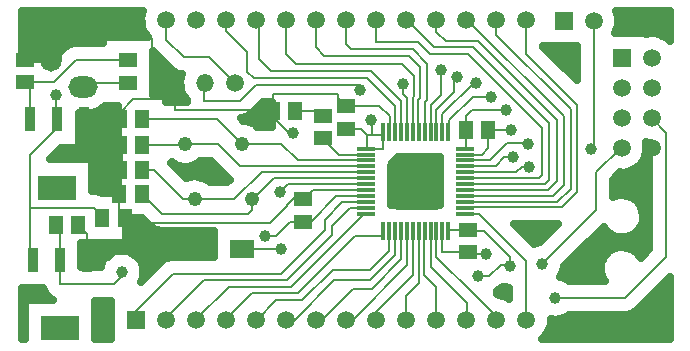
<source format=gbr>
G04 DipTrace 2.3.1.0*
%INTop.gbr*%
%MOMM*%
%ADD13C,0.2*%
%ADD15C,0.635*%
%ADD16R,1.3X1.5*%
%ADD17R,1.5X1.3*%
%ADD18R,2.0X1.6*%
%ADD19R,1.6X0.3*%
%ADD20R,0.3X1.6*%
%ADD22R,0.95X2.15*%
%ADD23R,3.25X2.15*%
%ADD24R,1.5X1.5*%
%ADD25C,1.5*%
%ADD26O,1.51X1.5*%
%ADD27C,1.219*%
%ADD28O,2.5X1.8*%
%ADD29O,1.8X2.5*%
%ADD33C,1.0*%
%FSLAX53Y53*%
G04*
G71*
G90*
G75*
G01*
%LNTop*%
%LPD*%
X7375Y33365D2*
D13*
X7399Y33341D1*
X8758D1*
X9318Y33901D1*
Y35457D1*
X925Y35315D2*
X953Y35343D1*
Y36610D1*
X99Y37464D1*
X-2699D1*
X5425Y26915D2*
Y25109D1*
X7581D1*
X-1025Y30365D2*
X-5516D1*
X-6296Y29585D1*
X-6410D1*
X-21910Y36358D2*
Y34135D1*
Y32070D2*
Y30064D1*
X-21951D1*
X-21910Y34135D2*
Y32070D1*
X9318Y35457D2*
X9337Y35438D1*
X11229D1*
X7581Y25109D2*
X7711Y24979D1*
X9146D1*
X-8951Y37052D2*
X-9044Y37146D1*
X-17200D1*
Y39417D1*
X-2699Y37464D2*
X-3396Y38161D1*
Y38479D1*
X-8951D1*
Y37052D1*
X-21471Y27996D2*
X-21938D1*
Y32070D1*
X-21910D1*
X-25407Y27392D2*
X-24653Y26638D1*
Y24446D1*
X-24883Y36374D2*
X-21910D1*
Y36882D1*
X-20729Y38062D1*
X-17200D1*
Y39417D1*
X-21910Y36358D2*
Y36374D1*
X-29890Y41384D2*
X-29658Y41615D1*
X-27718D1*
X-8951Y37052D2*
Y36576D1*
X-7562Y35188D1*
X-7229D1*
X-22312Y30064D2*
X-21951D1*
X-6410Y29585D2*
X-6829Y30004D1*
X-7771Y29062D1*
Y28979D1*
X-9188Y27562D1*
X-19646D1*
X-20079Y27996D1*
X-21471D1*
X-17200Y39417D2*
X-19146Y41362D1*
Y43188D1*
X-20737Y44779D1*
X-20510D1*
X-25018Y44115D2*
X-24355Y44779D1*
X-20510D1*
X-24653Y24446D2*
X-22825D1*
X-21625Y25646D1*
Y27842D1*
X-21471Y27996D1*
X-16975Y25398D2*
X-18375D1*
Y25565D1*
X-21646D1*
X-21625Y25646D1*
X-18375Y25398D2*
Y23979D1*
X-19000D1*
X-1025Y31365D2*
X-8802D1*
X-10597Y29570D1*
X-10733D1*
X-20051Y30064D2*
X-18342Y28354D1*
X-11020D1*
X-10733Y28641D1*
Y29570D1*
X-1025Y31865D2*
X-9891D1*
X-12186Y29570D1*
X-15559D1*
X-20010Y32070D2*
X-19008D1*
X-16508Y29570D1*
X-15559D1*
X2925Y26915D2*
Y23133D1*
X-190Y20018D1*
Y19380D1*
X-1025Y32365D2*
X-1048Y32388D1*
X-11680D1*
X-13585Y34294D1*
X-16392D1*
X-16551Y34135D1*
X-20010D1*
X-1025Y32865D2*
X-6827D1*
X-8256Y34294D1*
X-11566D1*
X-13630Y36358D1*
X-20010D1*
X7375Y32365D2*
X7398Y32388D1*
X9930D1*
X10664Y33123D1*
X11397D1*
X7375Y31865D2*
X11698D1*
X12146Y32312D1*
X12771D1*
X5925Y35315D2*
X6021Y35411D1*
Y36312D1*
X7979Y38271D1*
X9562D1*
X-29890Y39484D2*
X-29483Y39077D1*
Y36374D1*
X-29890Y39484D2*
X-27475D1*
X-25622Y41337D1*
X-21183D1*
X23150Y36475D2*
X24396Y35230D1*
Y24729D1*
X20896Y21229D1*
X14979D1*
X-1025Y30865D2*
X-7677D1*
X-8354Y30188D1*
X-11575Y25398D2*
X-8211D1*
X-8208Y25396D1*
X7375Y32865D2*
X9448D1*
X10896Y34312D1*
X12646D1*
Y34229D1*
X3425Y26915D2*
X3406Y26896D1*
Y22448D1*
X2350Y21392D1*
Y19380D1*
X18021Y33854D2*
X18225Y34058D1*
Y44675D1*
X-7051Y37052D2*
X-4664D1*
Y36636D1*
X-1025Y33365D2*
X-3358D1*
X-4664Y34671D1*
Y34736D1*
X2425Y35315D2*
Y38158D1*
X2104Y38479D1*
Y39375D1*
X-1531Y38844D2*
Y39229D1*
X-10354D1*
X-11688Y37896D1*
X-14729D1*
Y39688D1*
X-14660Y39619D1*
Y39417D1*
X-1025Y29365D2*
X-972Y29312D1*
X-3062D1*
X-4531Y27844D1*
Y27010D1*
X-8271Y23271D1*
X-17354D1*
X-20646Y19979D1*
Y19380D1*
X-20510D1*
X-1025Y28865D2*
X-2364D1*
X-3927Y27302D1*
Y26573D1*
X-7771Y22729D1*
X-14729D1*
X-17970Y19488D1*
Y19380D1*
X-15432Y19529D2*
Y19380D1*
X-15430D1*
X-1025Y28365D2*
X-1177D1*
X-7354Y22188D1*
X-12646D1*
X-15430Y19403D1*
X425Y26915D2*
X375Y26965D1*
Y26479D1*
X-1938D1*
X-6812Y21604D1*
X-10729D1*
X-12890Y19443D1*
Y19380D1*
X925Y26915D2*
X906Y26896D1*
Y25240D1*
X-729Y23604D1*
X-3854D1*
X-6438Y21021D1*
X-8646D1*
X-10287Y19380D1*
X-10350D1*
X1425Y26915D2*
Y24883D1*
X-729Y22729D1*
X-3729D1*
X-7078Y19380D1*
X-7810D1*
X1925Y26915D2*
Y24508D1*
X-562Y22021D1*
X-2104D1*
X-4745Y19380D1*
X-5270D1*
X2425Y26915D2*
X2448Y26892D1*
Y24010D1*
X-2182Y19380D1*
X-2730D1*
X5425Y35315D2*
Y36758D1*
X8062Y39396D1*
X8250D1*
X3925Y26915D2*
X3906Y26896D1*
Y23156D1*
X4890Y22172D1*
Y19380D1*
X4425Y26915D2*
Y23887D1*
X7479Y20833D1*
Y19380D1*
X7430D1*
X7375Y31365D2*
X7386Y31354D1*
X13562D1*
X13854Y31646D1*
Y35646D1*
X7604Y41896D1*
X4354D1*
X3396Y42854D1*
X-190D1*
Y44779D1*
X-27183Y36374D2*
X-27396D1*
Y35438D1*
X-29479Y33354D1*
Y28854D1*
Y24446D1*
X-29253D1*
X-23371Y27996D2*
Y28121D1*
X-24104Y28854D1*
X-29479D1*
X-27183Y36374D2*
X-27271Y36462D1*
Y38396D1*
X4425Y35315D2*
Y37592D1*
X5271Y38438D1*
Y40521D1*
X7375Y30865D2*
X14115D1*
X14479Y31229D1*
Y36021D1*
X8021Y42479D1*
X4729D1*
X2430Y44779D1*
X2350D1*
X4925Y35315D2*
Y37175D1*
X6396Y38646D1*
Y39667D1*
X6667Y39938D1*
X3925Y35315D2*
X3938Y35328D1*
Y37812D1*
X4146Y38021D1*
Y41062D1*
X2896Y42312D1*
X-2312D1*
X-2730Y42730D1*
Y44779D1*
X7375Y30365D2*
X7386Y30354D1*
X14354D1*
X15146Y31146D1*
Y36271D1*
X8438Y42979D1*
X5688D1*
X4890Y43777D1*
Y44779D1*
X3425Y35315D2*
X3396Y35344D1*
Y37979D1*
X3562Y38146D1*
Y40771D1*
X2604Y41729D1*
X-4562D1*
X-5270Y42437D1*
Y44779D1*
X2925Y35315D2*
X2896Y35344D1*
Y38188D1*
X3062Y38354D1*
Y39979D1*
X1979Y41062D1*
X-6979D1*
X-7810Y41893D1*
Y44779D1*
X1925Y35315D2*
Y37867D1*
X-646Y40438D1*
X-9062D1*
X-10062Y41438D1*
Y44779D1*
X-10350D1*
X1425Y35315D2*
X1438Y35328D1*
Y37438D1*
X-938Y39812D1*
X-10521D1*
X-11104Y40396D1*
Y42062D1*
X-12890Y43848D1*
Y44779D1*
X7375Y29865D2*
X7406Y29896D1*
X14812D1*
X15688Y30771D1*
Y36604D1*
X7513Y44779D1*
X7430D1*
X7375Y29365D2*
X15157D1*
X16271Y30479D1*
Y37188D1*
X9970Y43488D1*
Y44779D1*
X7375Y28865D2*
X7406Y28896D1*
X15542D1*
X16854Y30208D1*
Y37562D1*
X12510Y41907D1*
Y44779D1*
X7375Y28365D2*
X7427Y28312D1*
X8562D1*
X12510Y24365D1*
Y19380D1*
X4925Y26915D2*
Y24721D1*
X8177Y21469D1*
X8156D1*
X9970Y19655D1*
Y19380D1*
X7375Y33865D2*
X7462Y33952D1*
Y35457D1*
X7418D1*
X-1025Y33865D2*
X-953Y33937D1*
Y35015D1*
X-1501Y35564D1*
X-2699D1*
X-953Y35015D2*
X-499D1*
X425D1*
Y35315D1*
X-1025Y29865D2*
X-1042Y29848D1*
X-3569D1*
X-5732Y27685D1*
X-6410D1*
X425Y35315D2*
X396Y35286D1*
Y33854D1*
X385Y33865D1*
X-1025D1*
X-27307Y27392D2*
X-26953Y27038D1*
Y24446D1*
X-26979Y24472D1*
Y22396D1*
X-22396D1*
X-21729Y23062D1*
Y23396D1*
X5925Y26915D2*
X6019Y27009D1*
X7581D1*
X7694Y26896D1*
X8938D1*
X11146Y24688D1*
Y23938D1*
X-12120Y39417D2*
X-14308Y41604D1*
X-16479D1*
X-17970Y43095D1*
Y44779D1*
X13896Y24104D2*
X18438Y28646D1*
Y31854D1*
X20518Y33935D1*
X20610D1*
X-499Y35015D2*
Y36186D1*
X-583Y36271D1*
X-9583Y26438D2*
X-8667D1*
X-7458Y27646D1*
X-6450D1*
X-6410Y27685D1*
X7418Y35457D2*
Y36636D1*
X7896Y37115D1*
X10781D1*
X10833Y37167D1*
X8438Y23052D2*
X9396D1*
X10396Y24052D1*
X11031D1*
X11146Y23938D1*
X-25018Y39115D2*
X-24697Y39437D1*
X-21183D1*
D33*
X9562Y38271D3*
X11397Y33123D3*
X12771Y32312D3*
X12646Y34229D3*
X6667Y39938D3*
X-8354Y30188D3*
X2104Y39375D3*
X11229Y35438D3*
X9146Y24979D3*
X-1531Y38844D3*
X-21729Y23396D3*
X-27271Y38396D3*
X5271Y40521D3*
X18021Y33854D3*
X13896Y24104D3*
X11146Y23938D3*
X-7229Y35188D3*
X8250Y39396D3*
X14979Y21229D3*
X-8208Y25396D3*
X-583Y36271D3*
X-19000Y23979D3*
X-9583Y26438D3*
X10833Y37167D3*
X8438Y23052D3*
X-30119Y44851D2*
D15*
X-20121D1*
X20378D2*
X24617D1*
X-30119Y44219D2*
X-20051D1*
X20329D2*
X24617D1*
X-30119Y43587D2*
X-19754D1*
X23712D2*
X24617D1*
X-30119Y42956D2*
X-23335D1*
X-30119Y42324D2*
X-26739D1*
X14197D2*
X16719D1*
X-30119Y41693D2*
X-27374D1*
X-19031D2*
X-18672D1*
X14832D2*
X16719D1*
X-19031Y41061D2*
X-18037D1*
X15457D2*
X16719D1*
X-19031Y40429D2*
X-17382D1*
X16092D2*
X16719D1*
X-19031Y39797D2*
X-16787D1*
X-19031Y39166D2*
X-16807D1*
X-19031Y38534D2*
X-16628D1*
X-17950Y37903D2*
X-16231D1*
X-23327Y37271D2*
X-22065D1*
X-10211D2*
X-9107D1*
X-25302Y36639D2*
X-22065D1*
X-10915D2*
X-9107D1*
X-25302Y36008D2*
X-22065D1*
X-10568D2*
X-9107D1*
X-25302Y35376D2*
X-22065D1*
X-25302Y34744D2*
X-22065D1*
X-25302Y34113D2*
X-22065D1*
X-27247Y33481D2*
X-22065D1*
X-24151Y32849D2*
X-22065D1*
X-15013D2*
X-14247D1*
X1497D2*
X5170D1*
X22462D2*
X22891D1*
X-24151Y32218D2*
X-22065D1*
X-17047D2*
X-13612D1*
X1180D2*
X5170D1*
X21867D2*
X22891D1*
X-24151Y31586D2*
X-22105D1*
X-16422D2*
X-12977D1*
X1180D2*
X5170D1*
X20269D2*
X22891D1*
X-24151Y30954D2*
X-22105D1*
X1180D2*
X5170D1*
X19942D2*
X22891D1*
X-24151Y30323D2*
X-22105D1*
X1180D2*
X5170D1*
X19942D2*
X22891D1*
X1180Y29691D2*
X5170D1*
X21609D2*
X22891D1*
X1180Y29059D2*
X5170D1*
X22244D2*
X22891D1*
X22462Y28427D2*
X22891D1*
X-21313Y27796D2*
X-19883D1*
X22452D2*
X22891D1*
X-21313Y27164D2*
X-19218D1*
X11816D2*
X14854D1*
X22194D2*
X22891D1*
X-21313Y26532D2*
X-13979D1*
X12451D2*
X14219D1*
X18424D2*
X19795D1*
X21470D2*
X22891D1*
X-25074Y25901D2*
X-13979D1*
X13076D2*
X13424D1*
X17799D2*
X22891D1*
X-25074Y25269D2*
X-13979D1*
X17164D2*
X19616D1*
X21648D2*
X22831D1*
X-25074Y24637D2*
X-23157D1*
X-20301D2*
X-17878D1*
X16529D2*
X19011D1*
X-25074Y24006D2*
X-23534D1*
X-19924D2*
X-18722D1*
X15904D2*
X18793D1*
X-19825Y23374D2*
X-19357D1*
X15656D2*
X18813D1*
X16092Y22742D2*
X19081D1*
X10556Y22111D2*
X10832D1*
X23881D2*
X24617D1*
X-30119Y21479D2*
X-28157D1*
X10248D2*
X11004D1*
X23246D2*
X24617D1*
X-23923Y20848D2*
X-22671D1*
X22621D2*
X24617D1*
X-23923Y20216D2*
X-22671D1*
X21986D2*
X24617D1*
X-23923Y19584D2*
X-22671D1*
X15874D2*
X24617D1*
X-23923Y18953D2*
X-22671D1*
X14624D2*
X24617D1*
X-23923Y18321D2*
X-22671D1*
X14376D2*
X24617D1*
X-22003Y32150D2*
X-21993Y34163D1*
X-22003Y35217D1*
X-21993Y36228D1*
X-22003Y36487D1*
Y37450D1*
X-23168Y37444D1*
X-23439Y37239D1*
X-23716Y37084D1*
X-24012Y36970D1*
X-24322Y36899D1*
X-24668Y36872D1*
X-25348Y36873D1*
X-25365Y35935D1*
Y33956D1*
X-26844D1*
X-27800Y32993D1*
X-24215Y32992D1*
Y30303D1*
X-23789Y30262D1*
X-23399Y30112D1*
X-22824Y30088D1*
X-22040D1*
X-22044Y32157D1*
X-21995D1*
X-22003Y34264D1*
Y36170D1*
X-19993Y27971D2*
X-21382D1*
X-21378Y25903D1*
X-25139D1*
X-25135Y23838D1*
X-23516Y23839D1*
X-23367Y24241D1*
X-23198Y24509D1*
X-22985Y24744D1*
X-22735Y24940D1*
X-22456Y25089D1*
X-22155Y25189D1*
X-21841Y25235D1*
X-21524Y25227D1*
X-21213Y25165D1*
X-20917Y25050D1*
X-20646Y24887D1*
X-20406Y24679D1*
X-20206Y24433D1*
X-20051Y24157D1*
X-19945Y23858D1*
X-19886Y23396D1*
X-19914Y23080D1*
X-19995Y22773D1*
X-20081Y22584D1*
X-18374Y24291D1*
X-18127Y24489D1*
X-17843Y24629D1*
X-17442Y24711D1*
X-13911Y24714D1*
X-13918Y26917D1*
X-18342Y26911D1*
X-18657Y26946D1*
X-18957Y27049D1*
X-19298Y27274D1*
X-20001Y27972D1*
X-19096Y38450D2*
X-18017D1*
Y37806D1*
X-16169Y37808D1*
X-16172Y37965D1*
X-16436Y38300D1*
X-16584Y38581D1*
X-16688Y38880D1*
X-16746Y39192D1*
X-16756Y39509D1*
X-16718Y39824D1*
X-16613Y40175D1*
X-16794Y40196D1*
X-17094Y40299D1*
X-17435Y40524D1*
X-19059Y42150D1*
X-19091Y42059D1*
X-19101Y39344D1*
X-19091Y38443D1*
X-30187Y41477D2*
X-27797D1*
Y41209D1*
X-26642Y42357D1*
X-26395Y42555D1*
X-26110Y42694D1*
X-25710Y42777D1*
X-23270Y42780D1*
X-23276Y43329D1*
X-19476D1*
X-19740Y43662D1*
X-19889Y43943D1*
X-19993Y44242D1*
X-20051Y44554D1*
X-20061Y44871D1*
X-20023Y45186D1*
X-19940Y45482D1*
X-30183D1*
Y41484D1*
X-9043Y35743D2*
Y37787D1*
X-9757Y37786D1*
X-10667Y36876D1*
X-10914Y36677D1*
X-11199Y36538D1*
X-11613Y36455D1*
X-11481Y36248D1*
X-11244Y36219D1*
X-10936Y36142D1*
X-10646Y36015D1*
X-10379Y35843D1*
X-10254Y35730D1*
X-9036Y35736D1*
X1118Y32610D2*
X1108Y32372D1*
X1118Y31723D1*
X1108Y29372D1*
X1118Y29058D1*
X1918Y29048D1*
X2567Y29058D1*
X4918Y29048D1*
X5240Y29058D1*
X5232Y29858D1*
Y32858D1*
Y33180D1*
X4432Y33172D1*
X1666D1*
X1447Y32865D1*
X1118Y32588D1*
X1108Y30872D1*
X1118Y30223D1*
Y29066D1*
X2790Y29058D1*
X2918Y29048D1*
X3567Y29058D1*
X5224D1*
X5232Y30730D1*
X5242Y30858D1*
X5232Y31507D1*
Y33164D1*
X3560Y33172D1*
X3432Y33182D1*
X2783Y33172D1*
X1662D1*
X1536Y32969D1*
X1118Y32540D1*
X1108Y29872D1*
X1118Y29223D1*
Y29054D1*
X3918Y29058D1*
X4418D1*
X5236D1*
X5232Y31858D1*
Y32358D1*
Y33176D1*
X2432Y33172D1*
X1932D1*
X1695D1*
X1118Y32606D2*
X1108Y31872D1*
X1118Y31372D1*
X1117Y29058D1*
X3418Y29048D1*
X4067Y29058D1*
X5228D1*
X5242Y30358D1*
X5232Y31007D1*
X5233Y33172D1*
X2932Y33182D1*
X2283Y33172D1*
X1965D1*
X1118Y32614D2*
X1108Y30372D1*
X1118Y29723D1*
X1109Y29058D1*
X2418Y29048D1*
X3067Y29058D1*
X5232Y29057D1*
X5242Y31358D1*
X5232Y32007D1*
Y33168D1*
X3932Y33182D1*
X3283Y33172D1*
X2013D1*
X16776Y42582D2*
X13958D1*
X13953Y42507D1*
X16779Y39679D1*
X16782Y42581D1*
X20294Y44359D2*
X20222Y44050D1*
X20040Y43644D1*
X22703Y43648D1*
Y43598D1*
X23130Y43648D1*
X23447Y43627D1*
X23756Y43558D1*
X24052Y43444D1*
X24327Y43286D1*
X24575Y43088D1*
X24689Y42964D1*
X24683Y45482D1*
X20148D1*
X20270Y45122D1*
X20318Y44675D1*
X20294Y44359D1*
X-16277Y31380D2*
X-15869Y31498D1*
X-15553Y31523D1*
X-15237Y31496D1*
X-14929Y31418D1*
X-14638Y31292D1*
X-14372Y31120D1*
X-14247Y31007D1*
X-12791Y31013D1*
X-12553Y31243D1*
X-12700Y31368D1*
X-14181Y32848D1*
X-15083Y32851D1*
X-15298Y32677D1*
X-15574Y32521D1*
X-15872Y32412D1*
X-16183Y32352D1*
X-16500Y32344D1*
X-16815Y32387D1*
X-17118Y32481D1*
X-17506Y32697D1*
X-17538Y32641D1*
X-16282Y31386D1*
X-28379Y22028D2*
X-28771Y22038D1*
X-29022Y22028D1*
X-30183D1*
Y17768D1*
X-29915D1*
X-29921Y20673D1*
Y21064D1*
X-27554Y21072D1*
X-27829Y21230D1*
X-28063Y21443D1*
X-28245Y21703D1*
X-28387Y22028D1*
X-28705D1*
X-23985Y20955D2*
Y17760D1*
X-22612Y17768D1*
X-22603Y19192D1*
Y20948D1*
X-23993Y20953D1*
X22397Y27833D2*
X22313Y27527D1*
X22178Y27240D1*
X21993Y26982D1*
X21767Y26760D1*
X21504Y26582D1*
X21215Y26453D1*
X20907Y26377D1*
X20591Y26356D1*
X20276Y26391D1*
X19972Y26482D1*
X19688Y26624D1*
X19434Y26814D1*
X19218Y27046D1*
X19084Y27254D1*
X15732Y23900D1*
X15630Y23482D1*
X15498Y23194D1*
X15380Y23022D1*
X15791Y22884D1*
X16115Y22675D1*
X19196Y22672D1*
X19046Y22912D1*
X18923Y23205D1*
X18854Y23514D1*
X18841Y23831D1*
X18883Y24145D1*
X18981Y24447D1*
X19129Y24727D1*
X19325Y24976D1*
X19562Y25187D1*
X19832Y25353D1*
X20127Y25469D1*
X20438Y25531D1*
X20755Y25537D1*
X21069Y25487D1*
X21368Y25383D1*
X21645Y25228D1*
X21889Y25026D1*
X22095Y24785D1*
X22210Y24588D1*
X22956Y25329D1*
X22953Y34383D1*
X22643Y34445D1*
X22703Y33935D1*
X22679Y33619D1*
X22607Y33310D1*
X22490Y33015D1*
X22329Y32742D1*
X22129Y32496D1*
X21894Y32283D1*
X21630Y32107D1*
X21342Y31974D1*
X21037Y31886D1*
X20723Y31845D1*
X20475Y31851D1*
X19876Y31252D1*
X19880Y29780D1*
X20127Y29869D1*
X20438Y29931D1*
X20755Y29937D1*
X21069Y29887D1*
X21368Y29783D1*
X21645Y29628D1*
X21889Y29426D1*
X22095Y29185D1*
X22254Y28911D1*
X22363Y28613D1*
X22425Y28149D1*
X22397Y27833D1*
X10217Y21455D2*
X10576Y21383D1*
X10872Y21269D1*
X11070Y21155D1*
X11067Y22089D1*
X10568Y22188D1*
X10416Y22032D1*
X10080Y21783D1*
X10075Y21591D1*
X10208Y21458D1*
X14579Y19064D2*
X14507Y18755D1*
X14390Y18460D1*
X14229Y18187D1*
X14029Y17940D1*
X13831Y17761D1*
X16490Y17768D1*
X24683D1*
Y22976D1*
X21916Y20209D1*
X21669Y20011D1*
X21384Y19871D1*
X20984Y19789D1*
X16123Y19786D1*
X15922Y19646D1*
X15637Y19508D1*
X15332Y19420D1*
X15017Y19387D1*
X14594Y19433D1*
X14579Y19064D1*
X13143Y25784D2*
X13470Y25897D1*
X13676Y25928D1*
X15198Y27447D1*
X11464Y27453D1*
X13140Y25776D1*
D16*
X-21910Y32070D3*
X-20010D3*
X-21951Y30064D3*
X-20051D3*
X-21910Y36358D3*
X-20010D3*
X-21910Y34135D3*
X-20010D3*
D17*
X7581Y25109D3*
Y27009D3*
D16*
X9318Y35457D3*
X7418D3*
D17*
X-2699Y35564D3*
Y37464D3*
X-6410Y27685D3*
Y29585D3*
X-29890Y39484D3*
Y41384D3*
D16*
X-21471Y27996D3*
X-23371D3*
X-27307Y27392D3*
X-25407D3*
D17*
X-21183Y41337D3*
Y39437D3*
D16*
X-8951Y37052D3*
X-7051D3*
D17*
X-4664Y36636D3*
Y34736D3*
D18*
X-16975Y25398D3*
X-11575D3*
D19*
X-1025Y33865D3*
Y33365D3*
Y32865D3*
Y32365D3*
Y31865D3*
Y31365D3*
Y30865D3*
Y30365D3*
Y29865D3*
Y29365D3*
Y28865D3*
Y28365D3*
D20*
X425Y26915D3*
X925D3*
X1425D3*
X1925D3*
X2425D3*
X2925D3*
X3425D3*
X3925D3*
X4425D3*
X4925D3*
X5425D3*
X5925D3*
D19*
X7375Y28365D3*
Y28865D3*
Y29365D3*
Y29865D3*
Y30365D3*
Y30865D3*
Y31365D3*
Y31865D3*
Y32365D3*
Y32865D3*
Y33365D3*
Y33865D3*
D20*
X5925Y35315D3*
X5425D3*
X4925D3*
X4425D3*
X3925D3*
X3425D3*
X2925D3*
X2425D3*
X1925D3*
X1425D3*
X925D3*
X425D3*
D22*
X-24883Y36374D3*
X-27183D3*
X-29483D3*
D23*
X-27183Y30574D3*
D24*
X15685Y44675D3*
D25*
X18225D3*
D24*
X-17200Y39417D3*
D26*
X-14660D3*
D25*
X-12120D3*
D27*
X-15559Y29570D3*
X-10733D3*
X-16392Y34294D3*
X-11566D3*
D22*
X-24653Y24446D3*
X-26953D3*
X-29253D3*
D23*
X-26953Y18646D3*
D28*
X-25018Y39115D3*
Y44115D3*
D29*
X-27718Y41615D3*
D24*
X20610Y41555D3*
D25*
X23150D3*
X20610Y39015D3*
X23150D3*
X20610Y36475D3*
X23150D3*
X20610Y33935D3*
X23150D3*
D24*
X-20510Y19380D3*
D25*
X-17970D3*
X-15430D3*
X-12890D3*
X-10350D3*
X-7810D3*
X-5270D3*
X-2730D3*
X-190D3*
X2350D3*
X4890D3*
X7430D3*
X9970D3*
X12510D3*
D24*
X-20510Y44779D3*
D25*
X-17970D3*
X-15430D3*
X-12890D3*
X-10350D3*
X-7810D3*
X-5270D3*
X-2730D3*
X-190D3*
X2350D3*
X4890D3*
X7430D3*
X9970D3*
X12510D3*
M02*

</source>
